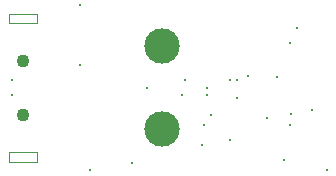
<source format=gbr>
G04 PROTEUS GERBER X2 FILE*
%TF.GenerationSoftware,Labcenter,Proteus,8.5-SP0-Build22067*%
%TF.CreationDate,2018-05-09T22:16:53+00:00*%
%TF.FileFunction,Plated,1,16,PTH*%
%TF.FilePolarity,Positive*%
%TF.Part,Single*%
%FSLAX45Y45*%
%MOMM*%
G01*
%TA.AperFunction,ViaDrill*%
%ADD81C,0.254000*%
%TA.AperFunction,MechanicalDrill*%
%ADD82C,1.100000*%
%TA.AperFunction,Slot*%
%ADD83C,0.100000*%
%TA.AperFunction,MechanicalDrill*%
%ADD84C,3.000000*%
D81*
X+1143000Y+508000D03*
X+1079500Y-317500D03*
X-1270000Y-63500D03*
X-1270000Y+63500D03*
X+1079500Y+381000D03*
X-127000Y+0D03*
X+889000Y-254000D03*
X+1270000Y-190500D03*
X-698500Y+190500D03*
X+571500Y+63500D03*
X+190500Y+63500D03*
X+1397000Y-698500D03*
X+970000Y+90000D03*
X+1087603Y-221187D03*
X+571500Y-444500D03*
X+410000Y-230000D03*
X-610000Y-698500D03*
X-698500Y+698500D03*
X+725500Y+100000D03*
X+1030000Y-610000D03*
X+635000Y+63500D03*
X+170000Y-60000D03*
X+381000Y-63500D03*
X+637672Y-88442D03*
X+335655Y-483779D03*
X+381000Y+0D03*
X+352140Y-317500D03*
X-254000Y-635000D03*
D82*
X-1180000Y-230000D03*
X-1180000Y+230000D03*
D83*
X-1300000Y-625000D02*
X-1300000Y-545000D01*
X-1060000Y-545000D01*
X-1060000Y-625000D01*
X-1300000Y-625000D01*
X-1300000Y+545000D02*
X-1300000Y+625000D01*
X-1060000Y+625000D01*
X-1060000Y+545000D01*
X-1300000Y+545000D01*
D84*
X+0Y+350000D03*
X+0Y-350000D03*
M02*

</source>
